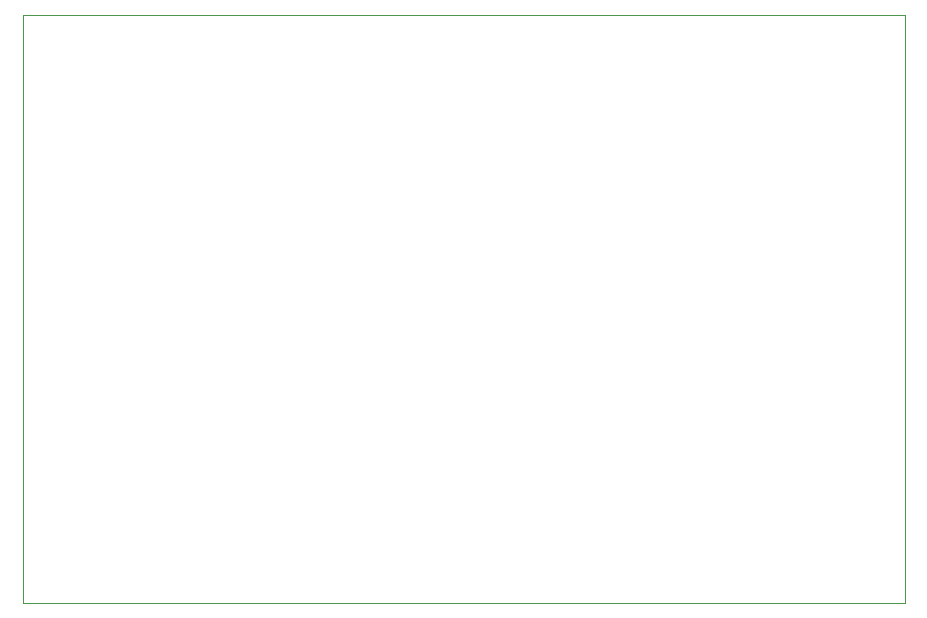
<source format=gbr>
%TF.GenerationSoftware,KiCad,Pcbnew,(6.0.0-0)*%
%TF.CreationDate,2022-08-12T08:36:24-04:00*%
%TF.ProjectId,inst-step-irq-decode,696e7374-2d73-4746-9570-2d6972712d64,rev?*%
%TF.SameCoordinates,Original*%
%TF.FileFunction,Profile,NP*%
%FSLAX46Y46*%
G04 Gerber Fmt 4.6, Leading zero omitted, Abs format (unit mm)*
G04 Created by KiCad (PCBNEW (6.0.0-0)) date 2022-08-12 08:36:24*
%MOMM*%
%LPD*%
G01*
G04 APERTURE LIST*
%TA.AperFunction,Profile*%
%ADD10C,0.100000*%
%TD*%
G04 APERTURE END LIST*
D10*
X113030000Y-73660242D02*
X187706000Y-73660242D01*
X187706000Y-73660242D02*
X187706000Y-123444000D01*
X187706000Y-123444000D02*
X113030000Y-123444000D01*
X113030000Y-123444000D02*
X113030000Y-73660242D01*
M02*

</source>
